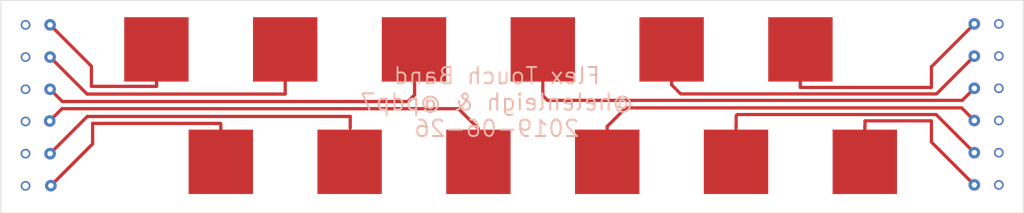
<source format=kicad_pcb>
(kicad_pcb (version 20171130) (host pcbnew "(5.0.2-5)-5")

  (general
    (thickness 1.6)
    (drawings 5)
    (tracks 63)
    (zones 0)
    (modules 36)
    (nets 25)
  )

  (page A4)
  (layers
    (0 F.Cu signal)
    (31 B.Cu signal)
    (32 B.Adhes user)
    (33 F.Adhes user)
    (34 B.Paste user)
    (35 F.Paste user)
    (36 B.SilkS user)
    (37 F.SilkS user)
    (38 B.Mask user)
    (39 F.Mask user)
    (40 Dwgs.User user)
    (41 Cmts.User user)
    (42 Eco1.User user)
    (43 Eco2.User user)
    (44 Edge.Cuts user)
    (45 Margin user)
    (46 B.CrtYd user)
    (47 F.CrtYd user)
    (48 B.Fab user)
    (49 F.Fab user)
  )

  (setup
    (last_trace_width 0.1524)
    (trace_clearance 0.1524)
    (zone_clearance 0.508)
    (zone_45_only no)
    (trace_min 0.1524)
    (segment_width 0.2)
    (edge_width 0.1)
    (via_size 0.508)
    (via_drill 0.254)
    (via_min_size 0.508)
    (via_min_drill 0.254)
    (uvia_size 0.3)
    (uvia_drill 0.1)
    (uvias_allowed no)
    (uvia_min_size 0.2)
    (uvia_min_drill 0.1)
    (pcb_text_width 0.3)
    (pcb_text_size 1.5 1.5)
    (mod_edge_width 0.15)
    (mod_text_size 1 1)
    (mod_text_width 0.15)
    (pad_size 1.8 1.8)
    (pad_drill 0.85)
    (pad_to_mask_clearance 0)
    (solder_mask_min_width 0.25)
    (aux_axis_origin 0 0)
    (visible_elements FFFDFF7F)
    (pcbplotparams
      (layerselection 0x010fc_ffffffff)
      (usegerberextensions false)
      (usegerberattributes false)
      (usegerberadvancedattributes false)
      (creategerberjobfile false)
      (excludeedgelayer true)
      (linewidth 0.100000)
      (plotframeref false)
      (viasonmask false)
      (mode 1)
      (useauxorigin false)
      (hpglpennumber 1)
      (hpglpenspeed 20)
      (hpglpendiameter 15.000000)
      (psnegative false)
      (psa4output false)
      (plotreference true)
      (plotvalue true)
      (plotinvisibletext false)
      (padsonsilk false)
      (subtractmaskfromsilk false)
      (outputformat 1)
      (mirror false)
      (drillshape 1)
      (scaleselection 1)
      (outputdirectory ""))
  )

  (net 0 "")
  (net 1 "Net-(J1-Pad1)")
  (net 2 "Net-(J2-Pad1)")
  (net 3 "Net-(J3-Pad1)")
  (net 4 "Net-(J4-Pad1)")
  (net 5 "Net-(J5-Pad1)")
  (net 6 "Net-(J6-Pad1)")
  (net 7 "Net-(J7-Pad1)")
  (net 8 "Net-(J8-Pad1)")
  (net 9 "Net-(J9-Pad1)")
  (net 10 "Net-(J10-Pad1)")
  (net 11 "Net-(J11-Pad1)")
  (net 12 "Net-(J12-Pad1)")
  (net 13 "Net-(J13-Pad1)")
  (net 14 "Net-(J14-Pad1)")
  (net 15 "Net-(J15-Pad1)")
  (net 16 "Net-(J16-Pad1)")
  (net 17 "Net-(J17-Pad1)")
  (net 18 "Net-(J18-Pad1)")
  (net 19 "Net-(J19-Pad1)")
  (net 20 "Net-(J20-Pad1)")
  (net 21 "Net-(J21-Pad1)")
  (net 22 "Net-(J22-Pad1)")
  (net 23 "Net-(J23-Pad1)")
  (net 24 "Net-(J24-Pad1)")

  (net_class Default "This is the default net class."
    (clearance 0.1524)
    (trace_width 0.1524)
    (via_dia 0.508)
    (via_drill 0.254)
    (uvia_dia 0.3)
    (uvia_drill 0.1)
    (diff_pair_gap 1.524)
    (diff_pair_width 1.524)
    (add_net "Net-(J1-Pad1)")
    (add_net "Net-(J10-Pad1)")
    (add_net "Net-(J11-Pad1)")
    (add_net "Net-(J12-Pad1)")
    (add_net "Net-(J13-Pad1)")
    (add_net "Net-(J14-Pad1)")
    (add_net "Net-(J15-Pad1)")
    (add_net "Net-(J16-Pad1)")
    (add_net "Net-(J17-Pad1)")
    (add_net "Net-(J18-Pad1)")
    (add_net "Net-(J19-Pad1)")
    (add_net "Net-(J2-Pad1)")
    (add_net "Net-(J20-Pad1)")
    (add_net "Net-(J21-Pad1)")
    (add_net "Net-(J22-Pad1)")
    (add_net "Net-(J23-Pad1)")
    (add_net "Net-(J24-Pad1)")
    (add_net "Net-(J3-Pad1)")
    (add_net "Net-(J4-Pad1)")
    (add_net "Net-(J5-Pad1)")
    (add_net "Net-(J6-Pad1)")
    (add_net "Net-(J7-Pad1)")
    (add_net "Net-(J8-Pad1)")
    (add_net "Net-(J9-Pad1)")
  )

  (net_class trace ""
    (clearance 0.254)
    (trace_width 0.508)
    (via_dia 0.508)
    (via_drill 0.254)
    (uvia_dia 0.3)
    (uvia_drill 0.1)
    (diff_pair_gap 1.524)
    (diff_pair_width 1.524)
  )

  (module touch:strain30AWG (layer B.Cu) (tedit 5D12D6A3) (tstamp 5D1FE23D)
    (at 165.1 33.821182)
    (path /5D0841D8)
    (fp_text reference J20 (at 0 -0.5) (layer B.SilkS) hide
      (effects (font (size 1 1) (thickness 0.15)) (justify mirror))
    )
    (fp_text value Conn_01x01_Female (at 0 0.5) (layer B.Fab) hide
      (effects (font (size 1 1) (thickness 0.15)) (justify mirror))
    )
    (pad 1 thru_hole circle (at 0 0) (size 1.5 1.5) (drill 1) (layers *.Cu)
      (net 20 "Net-(J20-Pad1)"))
  )

  (module touch:strain30AWG (layer B.Cu) (tedit 5D12D6A3) (tstamp 5D1FE239)
    (at 165.1 28.821182)
    (path /5D0841EE)
    (fp_text reference J21 (at 0 -0.5) (layer B.SilkS) hide
      (effects (font (size 1 1) (thickness 0.15)) (justify mirror))
    )
    (fp_text value Conn_01x01_Female (at 0 0.5) (layer B.Fab) hide
      (effects (font (size 1 1) (thickness 0.15)) (justify mirror))
    )
    (pad 1 thru_hole circle (at 0 0) (size 1.5 1.5) (drill 1) (layers *.Cu)
      (net 21 "Net-(J21-Pad1)"))
  )

  (module touch:strain30AWG (layer B.Cu) (tedit 5D12D6A3) (tstamp 5D1FE235)
    (at 165.1 23.821182)
    (path /5D084204)
    (fp_text reference J22 (at 0 -0.5) (layer B.SilkS) hide
      (effects (font (size 1 1) (thickness 0.15)) (justify mirror))
    )
    (fp_text value Conn_01x01_Female (at 0 0.5) (layer B.Fab) hide
      (effects (font (size 1 1) (thickness 0.15)) (justify mirror))
    )
    (pad 1 thru_hole circle (at 0 0) (size 1.5 1.5) (drill 1) (layers *.Cu)
      (net 22 "Net-(J22-Pad1)"))
  )

  (module touch:strain30AWG (layer B.Cu) (tedit 5D12D6A3) (tstamp 5D1FE231)
    (at 165.1 18.821182)
    (path /5D08421A)
    (fp_text reference J23 (at 0 -0.5) (layer B.SilkS) hide
      (effects (font (size 1 1) (thickness 0.15)) (justify mirror))
    )
    (fp_text value Conn_01x01_Female (at 0 0.5) (layer B.Fab) hide
      (effects (font (size 1 1) (thickness 0.15)) (justify mirror))
    )
    (pad 1 thru_hole circle (at 0 0) (size 1.5 1.5) (drill 1) (layers *.Cu)
      (net 23 "Net-(J23-Pad1)"))
  )

  (module touch:strain30AWG (layer B.Cu) (tedit 5D12D6A3) (tstamp 5D1FE22D)
    (at 165.1 13.821182)
    (path /5D084230)
    (fp_text reference J24 (at 0 -0.5) (layer B.SilkS) hide
      (effects (font (size 1 1) (thickness 0.15)) (justify mirror))
    )
    (fp_text value Conn_01x01_Female (at 0 0.5) (layer B.Fab) hide
      (effects (font (size 1 1) (thickness 0.15)) (justify mirror))
    )
    (pad 1 thru_hole circle (at 0 0) (size 1.5 1.5) (drill 1) (layers *.Cu)
      (net 24 "Net-(J24-Pad1)"))
  )

  (module touch:strain30AWG (layer F.Cu) (tedit 5D12D6A3) (tstamp 5D1FE229)
    (at 13.97 38.97)
    (path /5D083F66)
    (fp_text reference J7 (at 0 0.5) (layer F.SilkS) hide
      (effects (font (size 1 1) (thickness 0.15)))
    )
    (fp_text value Conn_01x01_Female (at 0 -0.5) (layer F.Fab) hide
      (effects (font (size 1 1) (thickness 0.15)))
    )
    (pad 1 thru_hole circle (at 0 0) (size 1.5 1.5) (drill 1) (layers *.Cu)
      (net 7 "Net-(J7-Pad1)"))
  )

  (module touch:strain30AWG (layer F.Cu) (tedit 5D12D6A3) (tstamp 5D1FE225)
    (at 13.97 33.97)
    (path /5D083F50)
    (fp_text reference J6 (at 0 0.5) (layer F.SilkS) hide
      (effects (font (size 1 1) (thickness 0.15)))
    )
    (fp_text value Conn_01x01_Female (at 0 -0.5) (layer F.Fab) hide
      (effects (font (size 1 1) (thickness 0.15)))
    )
    (pad 1 thru_hole circle (at 0 0) (size 1.5 1.5) (drill 1) (layers *.Cu)
      (net 6 "Net-(J6-Pad1)"))
  )

  (module touch:strain30AWG (layer F.Cu) (tedit 5D12D6A3) (tstamp 5D1FE221)
    (at 13.97 28.97)
    (path /5D083E2F)
    (fp_text reference J5 (at 0 0.5) (layer F.SilkS) hide
      (effects (font (size 1 1) (thickness 0.15)))
    )
    (fp_text value Conn_01x01_Female (at 0 -0.5) (layer F.Fab) hide
      (effects (font (size 1 1) (thickness 0.15)))
    )
    (pad 1 thru_hole circle (at 0 0) (size 1.5 1.5) (drill 1) (layers *.Cu)
      (net 5 "Net-(J5-Pad1)"))
  )

  (module touch:strain30AWG (layer F.Cu) (tedit 5D12D6A3) (tstamp 5D1FE21D)
    (at 13.97 23.97)
    (path /5D083E19)
    (fp_text reference J4 (at 0 0.5) (layer F.SilkS) hide
      (effects (font (size 1 1) (thickness 0.15)))
    )
    (fp_text value \ (at 0 -0.5) (layer F.Fab) hide
      (effects (font (size 1 1) (thickness 0.15)))
    )
    (pad 1 thru_hole circle (at 0 0) (size 1.5 1.5) (drill 1) (layers *.Cu)
      (net 4 "Net-(J4-Pad1)"))
  )

  (module touch:strain30AWG (layer F.Cu) (tedit 5D12D6A3) (tstamp 5D1FE219)
    (at 13.97 18.97)
    (path /5D083CF7)
    (fp_text reference J3 (at 0 0.5) (layer F.SilkS) hide
      (effects (font (size 1 1) (thickness 0.15)))
    )
    (fp_text value Conn_01x01_Female (at 0 -0.5) (layer F.Fab) hide
      (effects (font (size 1 1) (thickness 0.15)))
    )
    (pad 1 thru_hole circle (at 0 0) (size 1.5 1.5) (drill 1) (layers *.Cu)
      (net 3 "Net-(J3-Pad1)"))
  )

  (module touch:strain30AWG (layer F.Cu) (tedit 5D12D6A3) (tstamp 5D1FE215)
    (at 13.97 13.97)
    (path /5D0239F0)
    (fp_text reference J2 (at 0 0.5) (layer F.SilkS) hide
      (effects (font (size 1 1) (thickness 0.15)))
    )
    (fp_text value Conn_01x01_Female (at 0 -0.5) (layer F.Fab) hide
      (effects (font (size 1 1) (thickness 0.15)))
    )
    (pad 1 thru_hole circle (at 0 0) (size 1.5 1.5) (drill 1) (layers *.Cu)
      (net 2 "Net-(J2-Pad1)"))
  )

  (module touch:strain30AWG (layer B.Cu) (tedit 5D12D6A3) (tstamp 5D1FE211)
    (at 165.1 38.821182)
    (path /5D0841C2)
    (fp_text reference J19 (at 0 -0.5) (layer B.SilkS) hide
      (effects (font (size 1 1) (thickness 0.15)) (justify mirror))
    )
    (fp_text value Conn_01x01_Female (at 0 0.5) (layer B.Fab) hide
      (effects (font (size 1 1) (thickness 0.15)) (justify mirror))
    )
    (pad 1 thru_hole circle (at 0 0) (size 1.5 1.5) (drill 1) (layers *.Cu)
      (net 19 "Net-(J19-Pad1)"))
  )

  (module touch:hole30AWG (layer B.Cu) (tedit 5D12D83C) (tstamp 5D4CF3E1)
    (at 161.29 18.821182)
    (path /5D084213)
    (fp_text reference J17 (at 0 -0.5) (layer B.SilkS) hide
      (effects (font (size 1 1) (thickness 0.15)) (justify mirror))
    )
    (fp_text value Conn_01x01_Female (at 0 0.5) (layer B.Fab)
      (effects (font (size 1 1) (thickness 0.15)) (justify mirror))
    )
    (pad 1 thru_hole circle (at 0 0) (size 1.8 1.8) (drill 0.85) (layers *.Cu *.Mask)
      (net 17 "Net-(J17-Pad1)"))
  )

  (module touch:hole30AWG (layer B.Cu) (tedit 5D12D81F) (tstamp 5D4CF3DD)
    (at 161.29 33.821182)
    (path /5D0841D1)
    (fp_text reference J14 (at 0 -0.5) (layer B.SilkS) hide
      (effects (font (size 1 1) (thickness 0.15)) (justify mirror))
    )
    (fp_text value Conn_01x01_Female (at 0 0.5) (layer B.Fab)
      (effects (font (size 1 1) (thickness 0.15)) (justify mirror))
    )
    (pad 1 thru_hole circle (at 0 0) (size 1.8 1.8) (drill 0.85) (layers *.Cu *.Mask)
      (net 14 "Net-(J14-Pad1)"))
  )

  (module touch:hole30AWG (layer B.Cu) (tedit 5D12D847) (tstamp 5D4CF3D9)
    (at 161.29 13.821182)
    (path /5D0841FD)
    (fp_text reference J16 (at 0 -0.5) (layer B.SilkS) hide
      (effects (font (size 1 1) (thickness 0.15)) (justify mirror))
    )
    (fp_text value Conn_01x01_Female (at 0 0.5) (layer B.Fab)
      (effects (font (size 1 1) (thickness 0.15)) (justify mirror))
    )
    (pad 1 thru_hole circle (at 0 0) (size 1.8 1.8) (drill 0.85) (layers *.Cu *.Mask)
      (net 16 "Net-(J16-Pad1)"))
  )

  (module touch:hole30AWG (layer B.Cu) (tedit 5D12D827) (tstamp 5D4CF3D5)
    (at 161.29 28.821182)
    (path /5D0841E7)
    (fp_text reference J15 (at 0 -0.5) (layer B.SilkS) hide
      (effects (font (size 1 1) (thickness 0.15)) (justify mirror))
    )
    (fp_text value Conn_01x01_Female (at 0 0.5) (layer B.Fab)
      (effects (font (size 1 1) (thickness 0.15)) (justify mirror))
    )
    (pad 1 thru_hole circle (at 0 0) (size 1.8 1.8) (drill 0.85) (layers *.Cu *.Mask)
      (net 15 "Net-(J15-Pad1)"))
  )

  (module touch:hole30AWG (layer B.Cu) (tedit 5D12D832) (tstamp 5D4CF3D1)
    (at 161.29 23.821182)
    (path /5D084229)
    (fp_text reference J18 (at 0 -0.5) (layer B.SilkS) hide
      (effects (font (size 1 1) (thickness 0.15)) (justify mirror))
    )
    (fp_text value Conn_01x01_Female (at 0 0.5) (layer B.Fab)
      (effects (font (size 1 1) (thickness 0.15)) (justify mirror))
    )
    (pad 1 thru_hole circle (at 0 0) (size 1.8 1.8) (drill 0.85) (layers *.Cu *.Mask)
      (net 18 "Net-(J18-Pad1)"))
  )

  (module touch:hole30AWG (layer B.Cu) (tedit 5D12D805) (tstamp 5D4CF3CD)
    (at 161.29 38.821182)
    (path /5D0841BB)
    (fp_text reference J13 (at 0 -0.5) (layer B.SilkS) hide
      (effects (font (size 1 1) (thickness 0.15)) (justify mirror))
    )
    (fp_text value Conn_01x01_Female (at 0 0.5) (layer B.Fab)
      (effects (font (size 1 1) (thickness 0.15)) (justify mirror))
    )
    (pad 1 thru_hole circle (at 0 0) (size 1.8 1.8) (drill 0.85) (layers *.Cu *.Mask)
      (net 13 "Net-(J13-Pad1)"))
  )

  (module touch:hole30AWG (layer F.Cu) (tedit 5D12D7E6) (tstamp 5D4CF07B)
    (at 17.72412 28.89504)
    (path /5D083F5F)
    (fp_text reference J12 (at 0 0.5) (layer F.SilkS) hide
      (effects (font (size 1 1) (thickness 0.15)))
    )
    (fp_text value Conn_01x01_Female (at 0 -0.5) (layer F.Fab)
      (effects (font (size 1 1) (thickness 0.15)))
    )
    (pad 1 thru_hole circle (at 0 0) (size 1.8 1.8) (drill 0.85) (layers *.Cu *.Mask)
      (net 12 "Net-(J12-Pad1)"))
  )

  (module touch:hole30AWG (layer F.Cu) (tedit 5D12D7ED) (tstamp 5D4CF077)
    (at 17.78 33.97)
    (path /5D083F49)
    (fp_text reference J11 (at 0 0.5) (layer F.SilkS) hide
      (effects (font (size 1 1) (thickness 0.15)))
    )
    (fp_text value Conn_01x01_Female (at 0 -0.5) (layer F.Fab)
      (effects (font (size 1 1) (thickness 0.15)))
    )
    (pad 1 thru_hole circle (at 0 0) (size 1.8 1.8) (drill 0.85) (layers *.Cu *.Mask)
      (net 11 "Net-(J11-Pad1)"))
  )

  (module touch:hole30AWG (layer F.Cu) (tedit 5D12D7F3) (tstamp 5D4CF073)
    (at 17.90192 38.9382)
    (path /5D083E28)
    (fp_text reference J10 (at 0 0.5) (layer F.SilkS) hide
      (effects (font (size 1 1) (thickness 0.15)))
    )
    (fp_text value Conn_01x01_Female (at 0 -0.5) (layer F.Fab)
      (effects (font (size 1 1) (thickness 0.15)))
    )
    (pad 1 thru_hole circle (at 0 0) (size 1.8 1.8) (drill 0.85) (layers *.Cu *.Mask)
      (net 10 "Net-(J10-Pad1)"))
  )

  (module touch:hole30AWG (layer F.Cu) (tedit 5D12D7DE) (tstamp 5D4CF06F)
    (at 17.78 23.97)
    (path /5D083E12)
    (fp_text reference J9 (at 0 0.5) (layer F.SilkS) hide
      (effects (font (size 1 1) (thickness 0.15)))
    )
    (fp_text value Conn_01x01_Female (at 0 -0.5) (layer F.Fab)
      (effects (font (size 1 1) (thickness 0.15)))
    )
    (pad 1 thru_hole circle (at 0 0) (size 1.8 1.8) (drill 0.85) (layers *.Cu *.Mask)
      (net 9 "Net-(J9-Pad1)"))
  )

  (module touch:hole30AWG (layer F.Cu) (tedit 5D12D7D6) (tstamp 5D4CF06B)
    (at 17.78 18.97)
    (path /5D083CF0)
    (fp_text reference J8 (at 0 0.5) (layer F.SilkS) hide
      (effects (font (size 1 1) (thickness 0.15)))
    )
    (fp_text value Conn_01x01_Female (at 0 -0.5) (layer F.Fab)
      (effects (font (size 1 1) (thickness 0.15)))
    )
    (pad 1 thru_hole circle (at 0 0) (size 1.8 1.8) (drill 0.85) (layers *.Cu *.Mask)
      (net 8 "Net-(J8-Pad1)"))
  )

  (module touch:Touch_Pad_10x10mm (layer F.Cu) (tedit 5D085C63) (tstamp 5D4CEC94)
    (at 34.29 17.78)
    (descr "SMD rectangular pad as test Point, square 4.0mm side length")
    (tags "touch point SMD pad rectangle square")
    (path /5CFD8ABE)
    (attr virtual)
    (fp_text reference TP1 (at 0 0) (layer F.SilkS) hide
      (effects (font (size 1 1) (thickness 0.15)))
    )
    (fp_text value TestPoint (at 0 3.1) (layer F.Fab)
      (effects (font (size 1 1) (thickness 0.15)))
    )
    (pad 1 smd rect (at 0 0) (size 10 10) (layers F.Cu F.Mask)
      (net 1 "Net-(J1-Pad1)"))
  )

  (module touch:Touch_Pad_10x10mm (layer F.Cu) (tedit 5D0857CF) (tstamp 5D4CEE24)
    (at 144.29 35.24)
    (descr "SMD rectangular pad as test Point, square 4.0mm side length")
    (tags "touch point SMD pad rectangle square")
    (path /5D0841B4)
    (attr virtual)
    (fp_text reference TP7 (at 0 0) (layer F.SilkS) hide
      (effects (font (size 1 1) (thickness 0.15)))
    )
    (fp_text value TestPoint (at 0 3.1) (layer F.Fab)
      (effects (font (size 1 1) (thickness 0.15)))
    )
    (pad 1 smd rect (at 0 0) (size 10 10) (layers F.Cu F.Mask)
      (net 13 "Net-(J13-Pad1)"))
  )

  (module touch:Touch_Pad_10x10mm (layer F.Cu) (tedit 5D0857D9) (tstamp 5D4CEE20)
    (at 124.29 35.24)
    (descr "SMD rectangular pad as test Point, square 4.0mm side length")
    (tags "touch point SMD pad rectangle square")
    (path /5D0841CA)
    (attr virtual)
    (fp_text reference TP8 (at 0 0) (layer F.SilkS) hide
      (effects (font (size 1 1) (thickness 0.15)))
    )
    (fp_text value TestPoint (at 0 3.1) (layer F.Fab)
      (effects (font (size 1 1) (thickness 0.15)))
    )
    (pad 1 smd rect (at 0 0) (size 10 10) (layers F.Cu F.Mask)
      (net 14 "Net-(J14-Pad1)"))
  )

  (module touch:Touch_Pad_10x10mm (layer F.Cu) (tedit 5D0857E0) (tstamp 5D4CEE1C)
    (at 104.29 35.24)
    (descr "SMD rectangular pad as test Point, square 4.0mm side length")
    (tags "touch point SMD pad rectangle square")
    (path /5D0841E0)
    (attr virtual)
    (fp_text reference TP9 (at 0 0) (layer F.SilkS) hide
      (effects (font (size 1 1) (thickness 0.15)))
    )
    (fp_text value TestPoint (at 0 3.1) (layer F.Fab)
      (effects (font (size 1 1) (thickness 0.15)))
    )
    (pad 1 smd rect (at 0 0) (size 10 10) (layers F.Cu F.Mask)
      (net 15 "Net-(J15-Pad1)"))
  )

  (module touch:Touch_Pad_10x10mm (layer F.Cu) (tedit 5D0857A2) (tstamp 5D4CEE18)
    (at 84.29 35.24)
    (descr "SMD rectangular pad as test Point, square 4.0mm side length")
    (tags "touch point SMD pad rectangle square")
    (path /5D083F58)
    (attr virtual)
    (fp_text reference TP6 (at 0 0) (layer F.SilkS) hide
      (effects (font (size 1 1) (thickness 0.15)))
    )
    (fp_text value TestPoint (at 0 3.1) (layer F.Fab)
      (effects (font (size 1 1) (thickness 0.15)))
    )
    (pad 1 smd rect (at 0 0) (size 10 10) (layers F.Cu F.Mask)
      (net 12 "Net-(J12-Pad1)"))
  )

  (module touch:Touch_Pad_10x10mm (layer F.Cu) (tedit 5D08578B) (tstamp 5D4CEE14)
    (at 64.29 35.24)
    (descr "SMD rectangular pad as test Point, square 4.0mm side length")
    (tags "touch point SMD pad rectangle square")
    (path /5D083F42)
    (attr virtual)
    (fp_text reference TP5 (at 0 0) (layer F.SilkS) hide
      (effects (font (size 1 1) (thickness 0.15)))
    )
    (fp_text value TestPoint (at 0 3.1) (layer F.Fab)
      (effects (font (size 1 1) (thickness 0.15)))
    )
    (pad 1 smd rect (at 0 0) (size 10 10) (layers F.Cu F.Mask)
      (net 11 "Net-(J11-Pad1)"))
  )

  (module touch:Touch_Pad_10x10mm (layer F.Cu) (tedit 5D08579B) (tstamp 5D4CEE10)
    (at 44.29 35.24)
    (descr "SMD rectangular pad as test Point, square 4.0mm side length")
    (tags "touch point SMD pad rectangle square")
    (path /5D083E21)
    (attr virtual)
    (fp_text reference TP4 (at 0 0) (layer F.SilkS) hide
      (effects (font (size 1 1) (thickness 0.15)))
    )
    (fp_text value TestPoint (at 0 3.1) (layer F.Fab)
      (effects (font (size 1 1) (thickness 0.15)))
    )
    (pad 1 smd rect (at 0 0) (size 10 10) (layers F.Cu F.Mask)
      (net 10 "Net-(J10-Pad1)"))
  )

  (module touch:Touch_Pad_10x10mm (layer F.Cu) (tedit 5D0857E8) (tstamp 5D4CEE0C)
    (at 134.29 17.78)
    (descr "SMD rectangular pad as test Point, square 4.0mm side length")
    (tags "touch point SMD pad rectangle square")
    (path /5D0841F6)
    (attr virtual)
    (fp_text reference TP10 (at 0 0) (layer F.SilkS) hide
      (effects (font (size 1 1) (thickness 0.15)))
    )
    (fp_text value TestPoint (at 0 3.1) (layer F.Fab)
      (effects (font (size 1 1) (thickness 0.15)))
    )
    (pad 1 smd rect (at 0 0) (size 10 10) (layers F.Cu F.Mask)
      (net 16 "Net-(J16-Pad1)"))
  )

  (module touch:Touch_Pad_10x10mm (layer F.Cu) (tedit 5D0857F0) (tstamp 5D4CEE08)
    (at 114.29 17.78)
    (descr "SMD rectangular pad as test Point, square 4.0mm side length")
    (tags "touch point SMD pad rectangle square")
    (path /5D08420C)
    (attr virtual)
    (fp_text reference TP11 (at 0 0) (layer F.SilkS) hide
      (effects (font (size 1 1) (thickness 0.15)))
    )
    (fp_text value TestPoint (at 0 3.1) (layer F.Fab)
      (effects (font (size 1 1) (thickness 0.15)))
    )
    (pad 1 smd rect (at 0 0) (size 10 10) (layers F.Cu F.Mask)
      (net 17 "Net-(J17-Pad1)"))
  )

  (module touch:Touch_Pad_10x10mm (layer F.Cu) (tedit 5D0857FA) (tstamp 5D4CEE04)
    (at 94.29 17.78)
    (descr "SMD rectangular pad as test Point, square 4.0mm side length")
    (tags "touch point SMD pad rectangle square")
    (path /5D084222)
    (attr virtual)
    (fp_text reference TP12 (at 0 0) (layer F.SilkS) hide
      (effects (font (size 1 1) (thickness 0.15)))
    )
    (fp_text value TestPoint (at 0 3.1) (layer F.Fab)
      (effects (font (size 1 1) (thickness 0.15)))
    )
    (pad 1 smd rect (at 0 0) (size 10 10) (layers F.Cu F.Mask)
      (net 18 "Net-(J18-Pad1)"))
  )

  (module touch:Touch_Pad_10x10mm (layer F.Cu) (tedit 5D085C78) (tstamp 5D4CEE00)
    (at 74.29 17.78)
    (descr "SMD rectangular pad as test Point, square 4.0mm side length")
    (tags "touch point SMD pad rectangle square")
    (path /5D083E0B)
    (attr virtual)
    (fp_text reference TP3 (at 0 0) (layer F.SilkS) hide
      (effects (font (size 1 1) (thickness 0.15)))
    )
    (fp_text value TestPoint (at 0 3.1) (layer F.Fab)
      (effects (font (size 1 1) (thickness 0.15)))
    )
    (pad 1 smd rect (at 0 0) (size 10 10) (layers F.Cu F.Mask)
      (net 9 "Net-(J9-Pad1)"))
  )

  (module touch:Touch_Pad_10x10mm (layer F.Cu) (tedit 5D08585D) (tstamp 5D4CEDFC)
    (at 54.29 17.78)
    (descr "SMD rectangular pad as test Point, square 4.0mm side length")
    (tags "touch point SMD pad rectangle square")
    (path /5D083CE9)
    (attr virtual)
    (fp_text reference TP2 (at 0 0) (layer F.SilkS) hide
      (effects (font (size 1 1) (thickness 0.15)))
    )
    (fp_text value TestPoint (at 0 3.1) (layer F.Fab)
      (effects (font (size 1 1) (thickness 0.15)))
    )
    (pad 1 smd rect (at 0 0) (size 10 10) (layers F.Cu F.Mask)
      (net 8 "Net-(J8-Pad1)"))
  )

  (module touch:hole30AWG (layer F.Cu) (tedit 5D12D7CE) (tstamp 5D4CD996)
    (at 17.78 13.97)
    (path /5D02263C)
    (fp_text reference J1 (at 0 0.5) (layer F.SilkS) hide
      (effects (font (size 1 1) (thickness 0.15)))
    )
    (fp_text value Conn_01x01_Female (at 0 -0.5) (layer F.Fab)
      (effects (font (size 1 1) (thickness 0.15)))
    )
    (pad 1 thru_hole circle (at 0 0) (size 1.8 1.8) (drill 0.85) (layers *.Cu *.Mask)
      (net 1 "Net-(J1-Pad1)"))
  )

  (gr_text "Flex Touch Band\n@helenleigh & @pdp7\n2019-06-26" (at 87.15248 25.97912) (layer B.SilkS)
    (effects (font (size 2.54 2.54) (thickness 0.3)) (justify mirror))
  )
  (gr_line (start 168.91 10.16) (end 10.16 10.16) (layer Edge.Cuts) (width 0.1))
  (gr_line (start 168.91 43.18) (end 168.91 10.16) (layer Edge.Cuts) (width 0.1))
  (gr_line (start 10.16 43.18) (end 168.91 43.18) (layer Edge.Cuts) (width 0.1))
  (gr_line (start 10.16 10.16) (end 10.16 43.18) (layer Edge.Cuts) (width 0.1))

  (segment (start 34.3154 23.522322) (end 24.1935 23.522322) (width 0.508) (layer F.Cu) (net 1))
  (segment (start 24.1935 23.522322) (end 24.1935 20.3835) (width 0.508) (layer F.Cu) (net 1))
  (segment (start 24.1935 20.3835) (end 17.78 13.97) (width 0.508) (layer F.Cu) (net 1))
  (segment (start 34.29 22.9324) (end 34.3154 22.9578) (width 0.1524) (layer F.Cu) (net 1))
  (segment (start 34.3154 22.8854) (end 34.29 22.86) (width 0.1524) (layer F.Cu) (net 1))
  (segment (start 34.3154 23.241) (end 34.3154 22.8854) (width 0.1524) (layer F.Cu) (net 1))
  (segment (start 34.29 22.86) (end 34.29 17.78) (width 0.1524) (layer F.Cu) (net 1))
  (segment (start 34.29 22.9324) (end 34.29 22.86) (width 0.1524) (layer F.Cu) (net 1))
  (segment (start 34.3154 23.241) (end 34.3154 23.522322) (width 0.508) (layer F.Cu) (net 1))
  (segment (start 34.3154 17.8054) (end 34.3154 23.241) (width 0.508) (layer F.Cu) (net 1))
  (segment (start 34.29 17.78) (end 34.3154 17.8054) (width 0.508) (layer F.Cu) (net 1))
  (segment (start 23.5242 24.7142) (end 17.78 18.97) (width 0.508) (layer F.Cu) (net 8))
  (segment (start 54.29 24.7142) (end 23.5242 24.7142) (width 0.508) (layer F.Cu) (net 8))
  (segment (start 54.29 17.78) (end 54.29 24.7142) (width 0.508) (layer F.Cu) (net 8))
  (segment (start 19.68244 25.87244) (end 17.78 23.97) (width 0.508) (layer F.Cu) (net 9))
  (segment (start 74.38 23.0632) (end 74.38 24.84256) (width 0.508) (layer F.Cu) (net 9))
  (segment (start 74.38 24.84256) (end 73.35012 25.87244) (width 0.508) (layer F.Cu) (net 9))
  (segment (start 74.29 17.78) (end 74.29 22.9324) (width 0.508) (layer F.Cu) (net 9))
  (segment (start 74.2696 22.9528) (end 74.38 23.0632) (width 0.508) (layer F.Cu) (net 9))
  (segment (start 73.35012 25.87244) (end 19.68244 25.87244) (width 0.508) (layer F.Cu) (net 9))
  (segment (start 17.90192 38.9382) (end 24.384 32.45612) (width 0.508) (layer F.Cu) (net 10))
  (segment (start 24.384 32.45612) (end 24.384 29.2735) (width 0.508) (layer F.Cu) (net 10))
  (segment (start 24.384 29.2735) (end 44.2595 29.2735) (width 0.508) (layer F.Cu) (net 10))
  (segment (start 44.29 29.304) (end 44.29 35.24) (width 0.508) (layer F.Cu) (net 10))
  (segment (start 44.2595 29.2735) (end 44.29 29.304) (width 0.1524) (layer F.Cu) (net 10))
  (segment (start 64.389 28.194) (end 23.556 28.194) (width 0.508) (layer F.Cu) (net 11))
  (segment (start 23.556 28.194) (end 17.78 33.97) (width 0.508) (layer F.Cu) (net 11))
  (segment (start 64.389 29.9886) (end 64.389 28.194) (width 0.508) (layer F.Cu) (net 11))
  (segment (start 64.29 30.0876) (end 64.389 29.9886) (width 0.1524) (layer F.Cu) (net 11))
  (segment (start 64.29 35.24) (end 64.29 30.0876) (width 0.1524) (layer F.Cu) (net 11))
  (segment (start 84.29 35.24) (end 84.29 30.0876) (width 0.1524) (layer F.Cu) (net 12))
  (segment (start 19.63166 26.9875) (end 17.72412 28.89504) (width 0.508) (layer F.Cu) (net 12))
  (segment (start 81.1899 26.9875) (end 19.63166 26.9875) (width 0.508) (layer F.Cu) (net 12))
  (segment (start 84.29 30.0876) (end 81.1899 26.9875) (width 0.508) (layer F.Cu) (net 12))
  (segment (start 154.63012 32.161302) (end 161.29 38.821182) (width 0.5) (layer F.Cu) (net 13))
  (segment (start 154.63012 28.87472) (end 154.63012 32.161302) (width 0.5) (layer F.Cu) (net 13))
  (segment (start 144.31772 29.71228) (end 144.31772 28.87472) (width 0.5) (layer F.Cu) (net 13))
  (segment (start 144.29 29.74) (end 144.31772 29.71228) (width 0.5) (layer F.Cu) (net 13))
  (segment (start 144.31772 28.87472) (end 154.63012 28.87472) (width 0.5) (layer F.Cu) (net 13))
  (segment (start 144.29 35.24) (end 144.29 29.74) (width 0.5) (layer F.Cu) (net 13))
  (segment (start 124.29 29.74) (end 124.31268 29.71732) (width 0.5) (layer F.Cu) (net 14))
  (segment (start 124.29 35.24) (end 124.29 29.74) (width 0.5) (layer F.Cu) (net 14))
  (segment (start 124.31268 29.71732) (end 124.31268 28.07716) (width 0.5) (layer F.Cu) (net 14))
  (segment (start 124.31268 28.07716) (end 124.49556 27.89428) (width 0.5) (layer F.Cu) (net 14))
  (segment (start 155.363098 27.89428) (end 161.29 33.821182) (width 0.5) (layer F.Cu) (net 14))
  (segment (start 124.49556 27.89428) (end 155.363098 27.89428) (width 0.5) (layer F.Cu) (net 14))
  (segment (start 104.29 29.74) (end 107.17204 26.85796) (width 0.5) (layer F.Cu) (net 15))
  (segment (start 104.29 35.24) (end 104.29 29.74) (width 0.5) (layer F.Cu) (net 15))
  (segment (start 159.326778 26.85796) (end 161.29 28.821182) (width 0.5) (layer F.Cu) (net 15))
  (segment (start 107.17204 26.85796) (end 159.326778 26.85796) (width 0.5) (layer F.Cu) (net 15))
  (segment (start 154.63012 23.63216) (end 154.63012 20.481062) (width 0.5) (layer F.Cu) (net 16) (tstamp 5D12D0AC))
  (segment (start 134.26186 23.6855) (end 154.6225 23.6855) (width 0.5) (layer F.Cu) (net 16) (tstamp 5D12D09F))
  (segment (start 154.63012 20.481062) (end 161.29 13.821182) (width 0.5) (layer F.Cu) (net 16))
  (segment (start 134.26186 17.55414) (end 134.26186 23.5585) (width 0.5) (layer F.Cu) (net 16))
  (segment (start 160.390001 19.721181) (end 161.29 18.821182) (width 0.5) (layer F.Cu) (net 17))
  (segment (start 155.417302 24.69388) (end 160.390001 19.721181) (width 0.5) (layer F.Cu) (net 17))
  (segment (start 115.70388 24.69388) (end 155.417302 24.69388) (width 0.5) (layer F.Cu) (net 17))
  (segment (start 114.29 23.28) (end 115.70388 24.69388) (width 0.5) (layer F.Cu) (net 17))
  (segment (start 114.29 17.78) (end 114.29 23.28) (width 0.5) (layer F.Cu) (net 17))
  (segment (start 95.03156 25.69464) (end 159.416542 25.69464) (width 0.5) (layer F.Cu) (net 18))
  (segment (start 159.416542 25.69464) (end 161.29 23.821182) (width 0.5) (layer F.Cu) (net 18))
  (segment (start 94.29 24.95308) (end 95.03156 25.69464) (width 0.5) (layer F.Cu) (net 18))
  (segment (start 94.29 17.78) (end 94.29 24.95308) (width 0.5) (layer F.Cu) (net 18))

)

</source>
